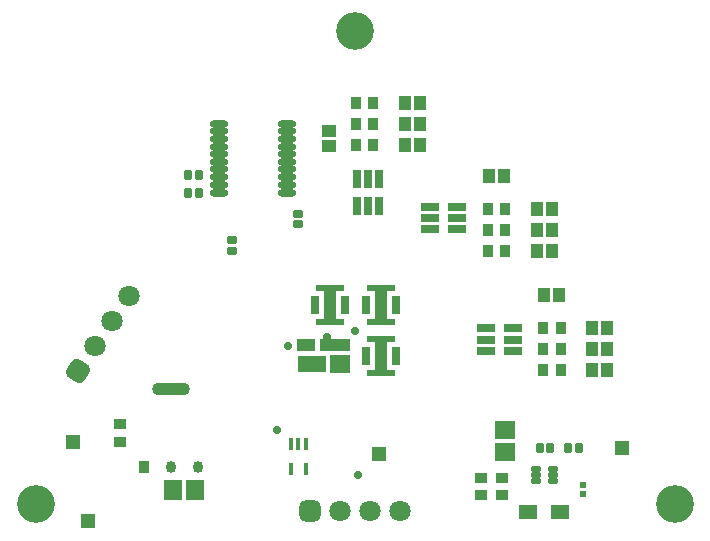
<source format=gts>
G04*
G04 #@! TF.GenerationSoftware,Altium Limited,Altium Designer,21.6.4 (81)*
G04*
G04 Layer_Color=8388736*
%FSLAX23Y23*%
%MOIN*%
G70*
G04*
G04 #@! TF.SameCoordinates,5C7EE660-6927-4EDB-96E5-1C855801FDE5*
G04*
G04*
G04 #@! TF.FilePolarity,Negative*
G04*
G01*
G75*
%ADD35R,0.059X0.047*%
%ADD36R,0.034X0.040*%
G04:AMPARAMS|DCode=37|XSize=40mil|YSize=34mil|CornerRadius=17mil|HoleSize=0mil|Usage=FLASHONLY|Rotation=90.000|XOffset=0mil|YOffset=0mil|HoleType=Round|Shape=RoundedRectangle|*
%AMROUNDEDRECTD37*
21,1,0.040,0.000,0,0,90.0*
21,1,0.005,0.034,0,0,90.0*
1,1,0.034,0.000,0.003*
1,1,0.034,0.000,-0.003*
1,1,0.034,0.000,-0.003*
1,1,0.034,0.000,0.003*
%
%ADD37ROUNDEDRECTD37*%
G04:AMPARAMS|DCode=38|XSize=40mil|YSize=125mil|CornerRadius=17mil|HoleSize=0mil|Usage=FLASHONLY|Rotation=90.000|XOffset=0mil|YOffset=0mil|HoleType=Round|Shape=RoundedRectangle|*
%AMROUNDEDRECTD38*
21,1,0.040,0.091,0,0,90.0*
21,1,0.005,0.125,0,0,90.0*
1,1,0.034,0.045,0.003*
1,1,0.034,0.045,-0.003*
1,1,0.034,-0.045,-0.003*
1,1,0.034,-0.045,0.003*
%
%ADD38ROUNDEDRECTD38*%
%ADD39R,0.020X0.020*%
G04:AMPARAMS|DCode=40|XSize=37mil|YSize=16mil|CornerRadius=2mil|HoleSize=0mil|Usage=FLASHONLY|Rotation=270.000|XOffset=0mil|YOffset=0mil|HoleType=Round|Shape=RoundedRectangle|*
%AMROUNDEDRECTD40*
21,1,0.037,0.012,0,0,270.0*
21,1,0.033,0.016,0,0,270.0*
1,1,0.004,-0.006,-0.017*
1,1,0.004,-0.006,0.017*
1,1,0.004,0.006,0.017*
1,1,0.004,0.006,-0.017*
%
%ADD40ROUNDEDRECTD40*%
%ADD42R,0.034X0.043*%
%ADD43R,0.059X0.027*%
%ADD44R,0.039X0.045*%
%ADD45R,0.047X0.047*%
%ADD46R,0.095X0.055*%
%ADD47R,0.067X0.059*%
%ADD48R,0.102X0.039*%
%ADD49R,0.059X0.043*%
%ADD50R,0.028X0.063*%
%ADD51R,0.098X0.023*%
%ADD52R,0.043X0.098*%
%ADD53R,0.059X0.067*%
%ADD54R,0.043X0.034*%
%ADD55R,0.027X0.059*%
%ADD56R,0.067X0.059*%
G04:AMPARAMS|DCode=57|XSize=27mil|YSize=32mil|CornerRadius=6mil|HoleSize=0mil|Usage=FLASHONLY|Rotation=0.000|XOffset=0mil|YOffset=0mil|HoleType=Round|Shape=RoundedRectangle|*
%AMROUNDEDRECTD57*
21,1,0.027,0.020,0,0,0.0*
21,1,0.015,0.032,0,0,0.0*
1,1,0.012,0.008,-0.010*
1,1,0.012,-0.008,-0.010*
1,1,0.012,-0.008,0.010*
1,1,0.012,0.008,0.010*
%
%ADD57ROUNDEDRECTD57*%
G04:AMPARAMS|DCode=58|XSize=27mil|YSize=32mil|CornerRadius=6mil|HoleSize=0mil|Usage=FLASHONLY|Rotation=270.000|XOffset=0mil|YOffset=0mil|HoleType=Round|Shape=RoundedRectangle|*
%AMROUNDEDRECTD58*
21,1,0.027,0.020,0,0,270.0*
21,1,0.015,0.032,0,0,270.0*
1,1,0.012,-0.010,-0.008*
1,1,0.012,-0.010,0.008*
1,1,0.012,0.010,0.008*
1,1,0.012,0.010,-0.008*
%
%ADD58ROUNDEDRECTD58*%
G04:AMPARAMS|DCode=59|XSize=34mil|YSize=20mil|CornerRadius=5mil|HoleSize=0mil|Usage=FLASHONLY|Rotation=0.000|XOffset=0mil|YOffset=0mil|HoleType=Round|Shape=RoundedRectangle|*
%AMROUNDEDRECTD59*
21,1,0.034,0.010,0,0,0.0*
21,1,0.024,0.020,0,0,0.0*
1,1,0.010,0.012,-0.005*
1,1,0.010,-0.012,-0.005*
1,1,0.010,-0.012,0.005*
1,1,0.010,0.012,0.005*
%
%ADD59ROUNDEDRECTD59*%
%ADD60R,0.045X0.039*%
%ADD61O,0.061X0.024*%
%ADD62C,0.126*%
%ADD63C,0.071*%
G04:AMPARAMS|DCode=64|XSize=71mil|YSize=71mil|CornerRadius=20mil|HoleSize=0mil|Usage=FLASHONLY|Rotation=56.000|XOffset=0mil|YOffset=0mil|HoleType=Round|Shape=RoundedRectangle|*
%AMROUNDEDRECTD64*
21,1,0.071,0.031,0,0,56.0*
21,1,0.031,0.071,0,0,56.0*
1,1,0.039,0.022,0.004*
1,1,0.039,0.004,-0.022*
1,1,0.039,-0.022,-0.004*
1,1,0.039,-0.004,0.022*
%
%ADD64ROUNDEDRECTD64*%
G04:AMPARAMS|DCode=65|XSize=71mil|YSize=71mil|CornerRadius=20mil|HoleSize=0mil|Usage=FLASHONLY|Rotation=0.000|XOffset=0mil|YOffset=0mil|HoleType=Round|Shape=RoundedRectangle|*
%AMROUNDEDRECTD65*
21,1,0.071,0.031,0,0,0.0*
21,1,0.031,0.071,0,0,0.0*
1,1,0.039,0.016,-0.016*
1,1,0.039,-0.016,-0.016*
1,1,0.039,-0.016,0.016*
1,1,0.039,0.016,0.016*
%
%ADD65ROUNDEDRECTD65*%
%ADD66C,0.028*%
D35*
X682Y-604D02*
D03*
X576D02*
D03*
D36*
X-705Y-455D02*
D03*
D37*
X-615D02*
D03*
X-525D02*
D03*
D38*
X-615Y-195D02*
D03*
D39*
X760Y-546D02*
D03*
Y-514D02*
D03*
D40*
X-164Y-463D02*
D03*
X-216D02*
D03*
Y-377D02*
D03*
X-190D02*
D03*
X-164D02*
D03*
D42*
X499Y335D02*
D03*
X441D02*
D03*
X499Y405D02*
D03*
X441D02*
D03*
X499Y265D02*
D03*
X441D02*
D03*
X684Y-60D02*
D03*
X626D02*
D03*
X684Y-130D02*
D03*
X626D02*
D03*
X684Y10D02*
D03*
X626D02*
D03*
X3Y760D02*
D03*
X60D02*
D03*
X3Y690D02*
D03*
X60D02*
D03*
X3Y620D02*
D03*
X60D02*
D03*
D43*
X340Y412D02*
D03*
Y375D02*
D03*
Y338D02*
D03*
X250D02*
D03*
Y375D02*
D03*
Y412D02*
D03*
X525Y7D02*
D03*
Y-30D02*
D03*
Y-67D02*
D03*
X435D02*
D03*
Y-30D02*
D03*
Y7D02*
D03*
D44*
X495Y515D02*
D03*
X445D02*
D03*
X655Y405D02*
D03*
X605D02*
D03*
X655Y335D02*
D03*
X605D02*
D03*
X655Y265D02*
D03*
X605D02*
D03*
X840Y-130D02*
D03*
X790D02*
D03*
Y-60D02*
D03*
X840D02*
D03*
X630Y120D02*
D03*
X680D02*
D03*
X790Y10D02*
D03*
X840D02*
D03*
X167Y760D02*
D03*
X216D02*
D03*
X167Y620D02*
D03*
X216D02*
D03*
X167Y690D02*
D03*
X216D02*
D03*
D45*
X-890Y-635D02*
D03*
X80Y-410D02*
D03*
X890Y-390D02*
D03*
X-940Y-370D02*
D03*
D46*
X-146Y-110D02*
D03*
D47*
X-50D02*
D03*
D48*
X-68Y-49D02*
D03*
D49*
X-164D02*
D03*
D50*
X35Y-85D02*
D03*
X135D02*
D03*
X-35Y85D02*
D03*
X-135D02*
D03*
X35D02*
D03*
X135D02*
D03*
D51*
X85Y-27D02*
D03*
Y-143D02*
D03*
X-85Y27D02*
D03*
Y143D02*
D03*
X85D02*
D03*
Y27D02*
D03*
D52*
Y-85D02*
D03*
X-85Y85D02*
D03*
X85D02*
D03*
D53*
X-533Y-530D02*
D03*
X-607D02*
D03*
D54*
X-784Y-370D02*
D03*
Y-313D02*
D03*
X490Y-549D02*
D03*
Y-491D02*
D03*
X420Y-549D02*
D03*
Y-491D02*
D03*
D55*
X4Y415D02*
D03*
X41D02*
D03*
X79D02*
D03*
Y505D02*
D03*
X41D02*
D03*
X4D02*
D03*
D56*
X500Y-330D02*
D03*
Y-405D02*
D03*
D57*
X-522Y520D02*
D03*
X-558D02*
D03*
X-522Y460D02*
D03*
X-558D02*
D03*
X710Y-390D02*
D03*
X746D02*
D03*
X614D02*
D03*
X650D02*
D03*
D58*
X-190Y354D02*
D03*
Y390D02*
D03*
X-410Y265D02*
D03*
Y301D02*
D03*
D59*
X659Y-460D02*
D03*
Y-480D02*
D03*
Y-500D02*
D03*
X601D02*
D03*
Y-480D02*
D03*
Y-460D02*
D03*
D60*
X-89Y615D02*
D03*
Y665D02*
D03*
D61*
X-227Y460D02*
D03*
Y485D02*
D03*
X-227Y511D02*
D03*
X-227Y537D02*
D03*
X-227Y562D02*
D03*
Y588D02*
D03*
X-227Y613D02*
D03*
X-227Y639D02*
D03*
Y665D02*
D03*
Y690D02*
D03*
X-453Y460D02*
D03*
Y485D02*
D03*
Y511D02*
D03*
X-453Y537D02*
D03*
X-453Y562D02*
D03*
Y588D02*
D03*
X-453Y613D02*
D03*
X-453Y639D02*
D03*
X-453Y665D02*
D03*
Y690D02*
D03*
D62*
X-1065Y-578D02*
D03*
X0Y997D02*
D03*
X1065Y-578D02*
D03*
D63*
X-756Y114D02*
D03*
X-812Y31D02*
D03*
X-868Y-51D02*
D03*
X-50Y-600D02*
D03*
X50D02*
D03*
X150D02*
D03*
D64*
X-924Y-134D02*
D03*
D65*
X-150Y-600D02*
D03*
D66*
X-95Y-20D02*
D03*
X10Y-480D02*
D03*
X-225Y-50D02*
D03*
X0Y0D02*
D03*
X-260Y-330D02*
D03*
M02*

</source>
